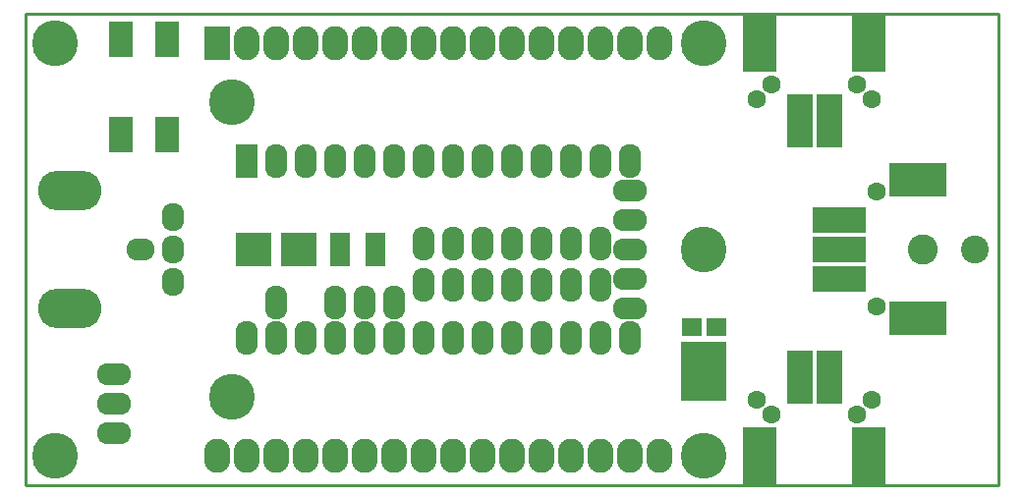
<source format=gts>
G04 #@! TF.FileFunction,Soldermask,Top*
%FSLAX46Y46*%
G04 Gerber Fmt 4.6, Leading zero omitted, Abs format (unit mm)*
G04 Created by KiCad (PCBNEW 4.1.0-alpha+201608010716+6997~46~ubuntu16.04.1-product) date Mon Aug  8 11:54:26 2016*
%MOMM*%
%LPD*%
G01*
G04 APERTURE LIST*
%ADD10C,0.100000*%
%ADD11C,0.228600*%
%ADD12C,1.600200*%
%ADD13R,4.591000X2.178000*%
%ADD14R,5.029200X2.997200*%
%ADD15O,2.940000X1.924000*%
%ADD16O,5.480000X3.448000*%
%ADD17O,2.432000X1.924000*%
%ADD18O,1.924000X2.432000*%
%ADD19R,1.990040X3.067000*%
%ADD20R,2.178000X4.591000*%
%ADD21R,2.997200X5.029200*%
%ADD22R,4.000000X5.160000*%
%ADD23R,1.800000X1.640000*%
%ADD24R,1.924000X2.940000*%
%ADD25O,1.924000X2.940000*%
%ADD26R,1.670000X2.940000*%
%ADD27C,2.400000*%
%ADD28C,2.600000*%
%ADD29R,3.110000X2.900000*%
%ADD30C,3.956000*%
%ADD31O,2.254200X2.940000*%
%ADD32R,2.254200X2.940000*%
G04 APERTURE END LIST*
D10*
D11*
X143510000Y-79375000D02*
X59690000Y-79375000D01*
X143510000Y-120015000D02*
X143510000Y-79375000D01*
X59690000Y-120015000D02*
X143510000Y-120015000D01*
X59690000Y-79375000D02*
X59690000Y-120015000D01*
D12*
X132588000Y-86741000D03*
X122682000Y-86741000D03*
D13*
X129794000Y-97155000D03*
X129794000Y-99695000D03*
X129794000Y-102235000D03*
D12*
X132969000Y-94742000D03*
X132969000Y-104648000D03*
D14*
X136525000Y-93700600D03*
X136525000Y-105689400D03*
D12*
X122682000Y-112649000D03*
X132588000Y-112649000D03*
D15*
X67310000Y-113030000D03*
X67310000Y-115570000D03*
X67310000Y-110490000D03*
D16*
X63500000Y-104775000D03*
X63500000Y-94615000D03*
D17*
X69596000Y-99695000D03*
D18*
X72390000Y-99695000D03*
X72390000Y-96901000D03*
X72390000Y-102489000D03*
D19*
X67851020Y-81597500D03*
X67851020Y-89852500D03*
X71848980Y-81597500D03*
X71848980Y-89852500D03*
D20*
X126365000Y-88646000D03*
X128905000Y-88646000D03*
D12*
X123952000Y-85471000D03*
X131318000Y-85471000D03*
D21*
X122910600Y-81915000D03*
X132359400Y-81915000D03*
D20*
X128905000Y-110744000D03*
X126365000Y-110744000D03*
D12*
X131318000Y-113919000D03*
X123952000Y-113919000D03*
D21*
X132359400Y-117475000D03*
X122910600Y-117475000D03*
D22*
X118110000Y-110240000D03*
D23*
X117045000Y-106440000D03*
X119175000Y-106440000D03*
D24*
X78740000Y-92075000D03*
D25*
X81280000Y-92075000D03*
X83820000Y-92075000D03*
X86360000Y-92075000D03*
X88900000Y-92075000D03*
X91440000Y-92075000D03*
X93980000Y-92075000D03*
X96520000Y-92075000D03*
X99060000Y-92075000D03*
X101600000Y-92075000D03*
X104140000Y-92075000D03*
X106680000Y-92075000D03*
X109220000Y-92075000D03*
X111760000Y-92075000D03*
X111760000Y-107315000D03*
X109220000Y-107315000D03*
X106680000Y-107315000D03*
X104140000Y-107315000D03*
X101600000Y-107315000D03*
X99060000Y-107315000D03*
X96520000Y-107315000D03*
X93980000Y-107315000D03*
X91440000Y-107315000D03*
X88900000Y-107315000D03*
X86360000Y-107315000D03*
X83820000Y-107315000D03*
X81280000Y-107315000D03*
X78740000Y-107315000D03*
D15*
X111760000Y-104775000D03*
X111760000Y-102235000D03*
X111760000Y-99695000D03*
X111760000Y-97155000D03*
X111760000Y-94615000D03*
D25*
X81280000Y-104267000D03*
X86360000Y-104267000D03*
X88900000Y-104267000D03*
X91440000Y-104267000D03*
X93980000Y-102743000D03*
X93980000Y-99187000D03*
X96520000Y-102743000D03*
X96520000Y-99187000D03*
X99060000Y-99187000D03*
X101600000Y-99187000D03*
X104140000Y-99187000D03*
X106680000Y-99187000D03*
X109220000Y-99187000D03*
X99060000Y-102743000D03*
X101600000Y-102743000D03*
X104140000Y-102743000D03*
X106680000Y-102743000D03*
X109220000Y-102743000D03*
D26*
X86741000Y-99695000D03*
X89789000Y-99695000D03*
D27*
X141480000Y-99695000D03*
D28*
X136980000Y-99695000D03*
D29*
X83220000Y-99695000D03*
X79340000Y-99695000D03*
D30*
X62230000Y-81915000D03*
X62230000Y-117475000D03*
X118110000Y-99695000D03*
D31*
X78740000Y-81915000D03*
X81280000Y-81915000D03*
D32*
X76200000Y-81915000D03*
D31*
X83820000Y-81915000D03*
X86360000Y-81915000D03*
X88900000Y-81915000D03*
X91440000Y-81915000D03*
X93980000Y-81915000D03*
X96520000Y-81915000D03*
X99060000Y-81915000D03*
X101600000Y-81915000D03*
X104140000Y-81915000D03*
X106680000Y-81915000D03*
X109220000Y-81915000D03*
X111760000Y-81915000D03*
X114300000Y-81915000D03*
X114300000Y-117475000D03*
X111760000Y-117475000D03*
X109220000Y-117475000D03*
X106680000Y-117475000D03*
X104140000Y-117475000D03*
X101600000Y-117475000D03*
X99060000Y-117475000D03*
X96520000Y-117475000D03*
X93980000Y-117475000D03*
X91440000Y-117475000D03*
X88900000Y-117475000D03*
X86360000Y-117475000D03*
X83820000Y-117475000D03*
X81280000Y-117475000D03*
X78740000Y-117475000D03*
X76200000Y-117475000D03*
D30*
X77470000Y-86995000D03*
X77470000Y-112395000D03*
X118110000Y-117475000D03*
X118110000Y-81915000D03*
M02*

</source>
